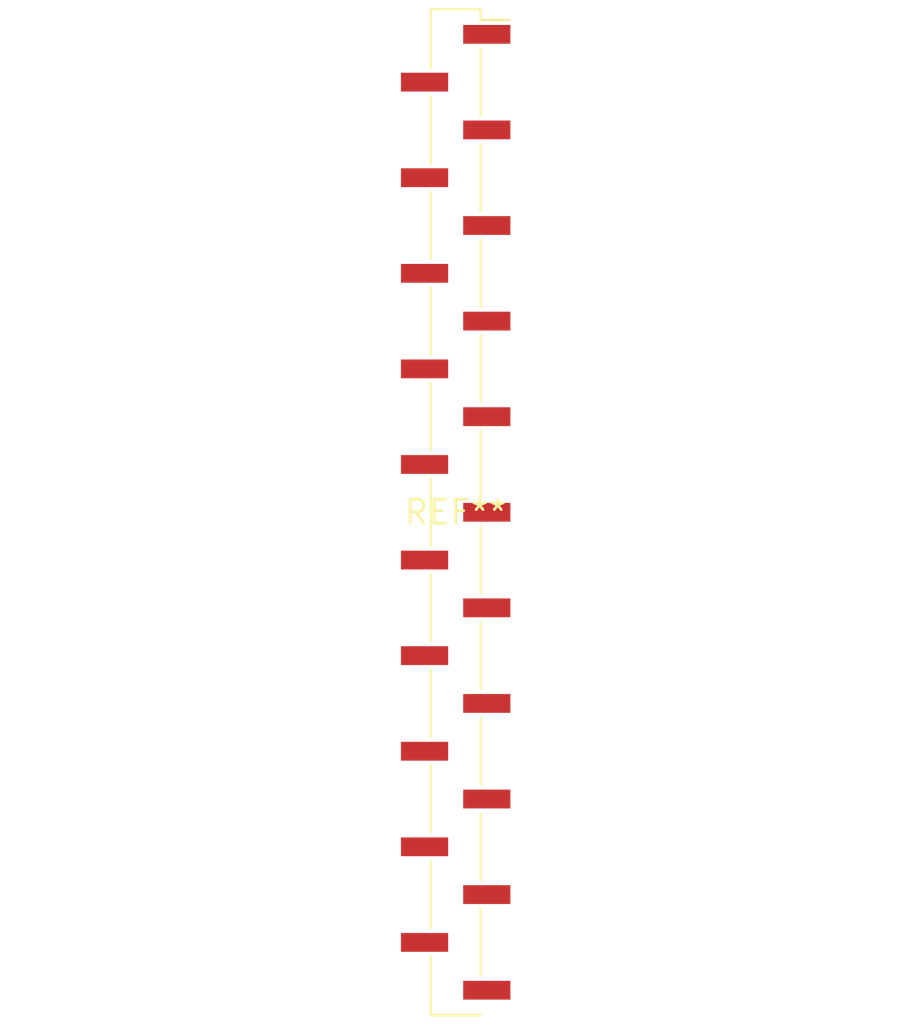
<source format=kicad_pcb>
(kicad_pcb (version 20240108) (generator pcbnew)
  (layers (0 "F.Cu" signal) (31 "B.Cu" signal) (34 "B.Paste" user) (35 "F.Paste" user) (36 "B.SilkS" user "B.Silkscreen") (37 "F.SilkS" user "F.Silkscreen") (38 "B.Mask" user) (39 "F.Mask" user) (44 "Edge.Cuts" user))
  (net 0 "")
  (footprint "PinHeader_1x21_P2.54mm_Vertical_SMD_Pin1Right" (layer "F.Cu") (at 0 0)
    (property "Reference" "REF**")
    (property "Value" "PinHeader_1x21_P2.54mm_Vertical_SMD_Pin1Right")
    (fp_line (start -1.33 -26.73) (end -1.33 -23.62) (layer "F.SilkS") (stroke (width 0.12)))
    (fp_line (start -1.33 -26.73) (end 1.33 -26.73) (layer "F.SilkS") (stroke (width 0.12)))
    (fp_line (start -1.33 -22.1) (end -1.33 -18.54) (layer "F.SilkS") (stroke (width 0.12)))
    (fp_line (start -1.33 -17.02) (end -1.33 -13.46) (layer "F.SilkS") (stroke (width 0.12)))
    (fp_line (start -1.33 -11.94) (end -1.33 -8.38) (layer "F.SilkS") (stroke (width 0.12)))
    (fp_line (start -1.33 -6.86) (end -1.33 -3.3) (layer "F.SilkS") (stroke (width 0.12)))
    (fp_line (start -1.33 -1.78) (end -1.33 1.78) (layer "F.SilkS") (stroke (width 0.12)))
    (fp_line (start -1.33 3.3) (end -1.33 6.86) (layer "F.SilkS") (stroke (width 0.12)))
    (fp_line (start -1.33 8.38) (end -1.33 11.94) (layer "F.SilkS") (stroke (width 0.12)))
    (fp_line (start -1.33 13.46) (end -1.33 17.02) (layer "F.SilkS") (stroke (width 0.12)))
    (fp_line (start -1.33 18.54) (end -1.33 22.1) (layer "F.SilkS") (stroke (width 0.12)))
    (fp_line (start -1.33 23.62) (end -1.33 26.73) (layer "F.SilkS") (stroke (width 0.12)))
    (fp_line (start -1.33 26.16) (end -1.33 26.73) (layer "F.SilkS") (stroke (width 0.12)))
    (fp_line (start -1.33 26.73) (end 1.33 26.73) (layer "F.SilkS") (stroke (width 0.12)))
    (fp_line (start 1.33 -26.73) (end 1.33 -26.16) (layer "F.SilkS") (stroke (width 0.12)))
    (fp_line (start 1.33 -26.16) (end 2.85 -26.16) (layer "F.SilkS") (stroke (width 0.12)))
    (fp_line (start 1.33 -24.64) (end 1.33 -21.08) (layer "F.SilkS") (stroke (width 0.12)))
    (fp_line (start 1.33 -19.56) (end 1.33 -16) (layer "F.SilkS") (stroke (width 0.12)))
    (fp_line (start 1.33 -14.48) (end 1.33 -10.92) (layer "F.SilkS") (stroke (width 0.12)))
    (fp_line (start 1.33 -9.4) (end 1.33 -5.84) (layer "F.SilkS") (stroke (width 0.12)))
    (fp_line (start 1.33 -4.32) (end 1.33 -0.76) (layer "F.SilkS") (stroke (width 0.12)))
    (fp_line (start 1.33 0.76) (end 1.33 4.32) (layer "F.SilkS") (stroke (width 0.12)))
    (fp_line (start 1.33 5.84) (end 1.33 9.4) (layer "F.SilkS") (stroke (width 0.12)))
    (fp_line (start 1.33 10.92) (end 1.33 14.48) (layer "F.SilkS") (stroke (width 0.12)))
    (fp_line (start 1.33 16) (end 1.33 19.56) (layer "F.SilkS") (stroke (width 0.12)))
    (fp_line (start 1.33 21.08) (end 1.33 24.64) (layer "F.SilkS") (stroke (width 0.12)))
    (pad "1" smd rect (at 1.655 -25.4) (size 2.51 1) (layers "F.Cu" "F.Paste" "F.Mask"))
    (pad "2" smd rect (at -1.655 -22.86) (size 2.51 1) (layers "F.Cu" "F.Paste" "F.Mask"))
    (pad "3" smd rect (at 1.655 -20.32) (size 2.51 1) (layers "F.Cu" "F.Paste" "F.Mask"))
    (pad "4" smd rect (at -1.655 -17.78) (size 2.51 1) (layers "F.Cu" "F.Paste" "F.Mask"))
    (pad "5" smd rect (at 1.655 -15.24) (size 2.51 1) (layers "F.Cu" "F.Paste" "F.Mask"))
    (pad "6" smd rect (at -1.655 -12.7) (size 2.51 1) (layers "F.Cu" "F.Paste" "F.Mask"))
    (pad "7" smd rect (at 1.655 -10.16) (size 2.51 1) (layers "F.Cu" "F.Paste" "F.Mask"))
    (pad "8" smd rect (at -1.655 -7.62) (size 2.51 1) (layers "F.Cu" "F.Paste" "F.Mask"))
    (pad "9" smd rect (at 1.655 -5.08) (size 2.51 1) (layers "F.Cu" "F.Paste" "F.Mask"))
    (pad "10" smd rect (at -1.655 -2.54) (size 2.51 1) (layers "F.Cu" "F.Paste" "F.Mask"))
    (pad "11" smd rect (at 1.655 0) (size 2.51 1) (layers "F.Cu" "F.Paste" "F.Mask"))
    (pad "12" smd rect (at -1.655 2.54) (size 2.51 1) (layers "F.Cu" "F.Paste" "F.Mask"))
    (pad "13" smd rect (at 1.655 5.08) (size 2.51 1) (layers "F.Cu" "F.Paste" "F.Mask"))
    (pad "14" smd rect (at -1.655 7.62) (size 2.51 1) (layers "F.Cu" "F.Paste" "F.Mask"))
    (pad "15" smd rect (at 1.655 10.16) (size 2.51 1) (layers "F.Cu" "F.Paste" "F.Mask"))
    (pad "16" smd rect (at -1.655 12.7) (size 2.51 1) (layers "F.Cu" "F.Paste" "F.Mask"))
    (pad "17" smd rect (at 1.655 15.24) (size 2.51 1) (layers "F.Cu" "F.Paste" "F.Mask"))
    (pad "18" smd rect (at -1.655 17.78) (size 2.51 1) (layers "F.Cu" "F.Paste" "F.Mask"))
    (pad "19" smd rect (at 1.655 20.32) (size 2.51 1) (layers "F.Cu" "F.Paste" "F.Mask"))
    (pad "20" smd rect (at -1.655 22.86) (size 2.51 1) (layers "F.Cu" "F.Paste" "F.Mask"))
    (pad "21" smd rect (at 1.655 25.4) (size 2.51 1) (layers "F.Cu" "F.Paste" "F.Mask"))
  )
)
</source>
